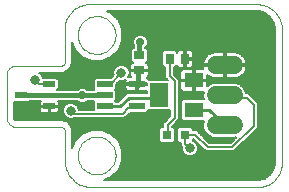
<source format=gtl>
G75*
%MOIN*%
%OFA0B0*%
%FSLAX24Y24*%
%IPPOS*%
%LPD*%
%AMOC8*
5,1,8,0,0,1.08239X$1,22.5*
%
%ADD10C,0.0000*%
%ADD11R,0.0520X0.0220*%
%ADD12R,0.0630X0.0512*%
%ADD13R,0.0630X0.0787*%
%ADD14R,0.0354X0.0276*%
%ADD15R,0.0276X0.0354*%
%ADD16R,0.0315X0.0315*%
%ADD17C,0.0600*%
%ADD18R,0.0394X0.0197*%
%ADD19C,0.0060*%
%ADD20C,0.0160*%
%ADD21C,0.0100*%
%ADD22C,0.0278*%
%ADD23C,0.0060*%
%ADD24C,0.0317*%
D10*
X004197Y001446D02*
X009709Y001446D01*
X009709Y001445D02*
X009764Y001448D01*
X009819Y001455D01*
X009874Y001465D01*
X009927Y001479D01*
X009980Y001496D01*
X010031Y001517D01*
X010081Y001541D01*
X010129Y001569D01*
X010176Y001599D01*
X010220Y001632D01*
X010262Y001668D01*
X010302Y001707D01*
X010339Y001748D01*
X010373Y001792D01*
X010404Y001838D01*
X010432Y001886D01*
X010457Y001935D01*
X010479Y001986D01*
X010497Y002038D01*
X010512Y002092D01*
X010523Y002146D01*
X010531Y002201D01*
X010535Y002256D01*
X010536Y002312D01*
X010536Y006682D01*
X010535Y006738D01*
X010531Y006793D01*
X010523Y006848D01*
X010512Y006902D01*
X010497Y006956D01*
X010479Y007008D01*
X010457Y007059D01*
X010432Y007108D01*
X010404Y007156D01*
X010373Y007202D01*
X010339Y007246D01*
X010302Y007287D01*
X010262Y007326D01*
X010220Y007362D01*
X010176Y007395D01*
X010129Y007425D01*
X010081Y007453D01*
X010031Y007477D01*
X009980Y007498D01*
X009927Y007515D01*
X009874Y007529D01*
X009819Y007539D01*
X009764Y007546D01*
X009709Y007549D01*
X009709Y007548D02*
X004119Y007548D01*
X003292Y006761D02*
X003292Y005659D01*
X003293Y005637D01*
X003291Y005615D01*
X003286Y005594D01*
X003277Y005574D01*
X003265Y005556D01*
X003251Y005539D01*
X003234Y005525D01*
X003215Y005514D01*
X003195Y005506D01*
X003174Y005501D01*
X001638Y005501D01*
X001638Y005502D02*
X001607Y005500D01*
X001577Y005495D01*
X001547Y005487D01*
X001518Y005475D01*
X001491Y005460D01*
X001466Y005442D01*
X001443Y005421D01*
X001422Y005398D01*
X001404Y005373D01*
X001389Y005346D01*
X001377Y005317D01*
X001369Y005287D01*
X001364Y005257D01*
X001362Y005226D01*
X001363Y005226D02*
X001363Y003769D01*
X001365Y003736D01*
X001370Y003704D01*
X001378Y003672D01*
X001390Y003641D01*
X001405Y003612D01*
X001423Y003584D01*
X001444Y003558D01*
X001467Y003535D01*
X001493Y003514D01*
X001521Y003496D01*
X001550Y003481D01*
X001581Y003469D01*
X001613Y003461D01*
X001645Y003456D01*
X001678Y003454D01*
X003134Y003454D01*
X003156Y003455D01*
X003178Y003453D01*
X003199Y003448D01*
X003219Y003439D01*
X003237Y003427D01*
X003254Y003413D01*
X003268Y003396D01*
X003279Y003377D01*
X003287Y003357D01*
X003292Y003336D01*
X003292Y002352D01*
X003291Y002352D02*
X003293Y002293D01*
X003299Y002234D01*
X003308Y002175D01*
X003322Y002118D01*
X003339Y002061D01*
X003360Y002005D01*
X003384Y001951D01*
X003412Y001899D01*
X003444Y001849D01*
X003478Y001800D01*
X003516Y001755D01*
X003556Y001711D01*
X003600Y001671D01*
X003645Y001633D01*
X003694Y001599D01*
X003744Y001567D01*
X003796Y001539D01*
X003850Y001515D01*
X003906Y001494D01*
X003963Y001477D01*
X004020Y001463D01*
X004079Y001454D01*
X004138Y001448D01*
X004197Y001446D01*
X003725Y002509D02*
X003727Y002559D01*
X003733Y002609D01*
X003743Y002658D01*
X003757Y002706D01*
X003774Y002753D01*
X003795Y002798D01*
X003820Y002842D01*
X003848Y002883D01*
X003880Y002922D01*
X003914Y002959D01*
X003951Y002993D01*
X003991Y003023D01*
X004033Y003050D01*
X004077Y003074D01*
X004123Y003095D01*
X004170Y003111D01*
X004218Y003124D01*
X004268Y003133D01*
X004317Y003138D01*
X004368Y003139D01*
X004418Y003136D01*
X004467Y003129D01*
X004516Y003118D01*
X004564Y003103D01*
X004610Y003085D01*
X004655Y003063D01*
X004698Y003037D01*
X004739Y003008D01*
X004778Y002976D01*
X004814Y002941D01*
X004846Y002903D01*
X004876Y002863D01*
X004903Y002820D01*
X004926Y002776D01*
X004945Y002730D01*
X004961Y002682D01*
X004973Y002633D01*
X004981Y002584D01*
X004985Y002534D01*
X004985Y002484D01*
X004981Y002434D01*
X004973Y002385D01*
X004961Y002336D01*
X004945Y002288D01*
X004926Y002242D01*
X004903Y002198D01*
X004876Y002155D01*
X004846Y002115D01*
X004814Y002077D01*
X004778Y002042D01*
X004739Y002010D01*
X004698Y001981D01*
X004655Y001955D01*
X004610Y001933D01*
X004564Y001915D01*
X004516Y001900D01*
X004467Y001889D01*
X004418Y001882D01*
X004368Y001879D01*
X004317Y001880D01*
X004268Y001885D01*
X004218Y001894D01*
X004170Y001907D01*
X004123Y001923D01*
X004077Y001944D01*
X004033Y001968D01*
X003991Y001995D01*
X003951Y002025D01*
X003914Y002059D01*
X003880Y002096D01*
X003848Y002135D01*
X003820Y002176D01*
X003795Y002220D01*
X003774Y002265D01*
X003757Y002312D01*
X003743Y002360D01*
X003733Y002409D01*
X003727Y002459D01*
X003725Y002509D01*
X003725Y006525D02*
X003727Y006575D01*
X003733Y006625D01*
X003743Y006674D01*
X003757Y006722D01*
X003774Y006769D01*
X003795Y006814D01*
X003820Y006858D01*
X003848Y006899D01*
X003880Y006938D01*
X003914Y006975D01*
X003951Y007009D01*
X003991Y007039D01*
X004033Y007066D01*
X004077Y007090D01*
X004123Y007111D01*
X004170Y007127D01*
X004218Y007140D01*
X004268Y007149D01*
X004317Y007154D01*
X004368Y007155D01*
X004418Y007152D01*
X004467Y007145D01*
X004516Y007134D01*
X004564Y007119D01*
X004610Y007101D01*
X004655Y007079D01*
X004698Y007053D01*
X004739Y007024D01*
X004778Y006992D01*
X004814Y006957D01*
X004846Y006919D01*
X004876Y006879D01*
X004903Y006836D01*
X004926Y006792D01*
X004945Y006746D01*
X004961Y006698D01*
X004973Y006649D01*
X004981Y006600D01*
X004985Y006550D01*
X004985Y006500D01*
X004981Y006450D01*
X004973Y006401D01*
X004961Y006352D01*
X004945Y006304D01*
X004926Y006258D01*
X004903Y006214D01*
X004876Y006171D01*
X004846Y006131D01*
X004814Y006093D01*
X004778Y006058D01*
X004739Y006026D01*
X004698Y005997D01*
X004655Y005971D01*
X004610Y005949D01*
X004564Y005931D01*
X004516Y005916D01*
X004467Y005905D01*
X004418Y005898D01*
X004368Y005895D01*
X004317Y005896D01*
X004268Y005901D01*
X004218Y005910D01*
X004170Y005923D01*
X004123Y005939D01*
X004077Y005960D01*
X004033Y005984D01*
X003991Y006011D01*
X003951Y006041D01*
X003914Y006075D01*
X003880Y006112D01*
X003848Y006151D01*
X003820Y006192D01*
X003795Y006236D01*
X003774Y006281D01*
X003757Y006328D01*
X003743Y006376D01*
X003733Y006425D01*
X003727Y006475D01*
X003725Y006525D01*
X003292Y006761D02*
X003295Y006816D01*
X003302Y006870D01*
X003313Y006924D01*
X003327Y006978D01*
X003345Y007030D01*
X003367Y007080D01*
X003392Y007130D01*
X003420Y007177D01*
X003451Y007222D01*
X003486Y007265D01*
X003523Y007306D01*
X003563Y007344D01*
X003605Y007379D01*
X003650Y007411D01*
X003697Y007441D01*
X003745Y007466D01*
X003796Y007489D01*
X003847Y007508D01*
X003900Y007523D01*
X003954Y007535D01*
X004009Y007543D01*
X004064Y007547D01*
X004119Y007548D01*
D11*
X004622Y004887D03*
X004622Y004517D03*
X004622Y004147D03*
X005702Y004147D03*
X005702Y004887D03*
D12*
X007591Y005009D03*
X007591Y004025D03*
D13*
X006449Y004517D03*
D14*
X005780Y005344D03*
X005780Y005855D03*
D15*
X006788Y005733D03*
X007300Y005733D03*
D16*
X007300Y003206D03*
X006709Y003206D03*
D17*
X008322Y003517D02*
X008922Y003517D01*
X008922Y004517D02*
X008322Y004517D01*
X008322Y005517D02*
X008922Y005517D01*
D18*
X002780Y004891D03*
X001835Y004517D03*
X002780Y004143D03*
D19*
X002799Y004139D02*
X003253Y004139D01*
X003261Y004157D02*
X003220Y004059D01*
X003220Y003952D01*
X003261Y003853D01*
X003336Y003777D01*
X003435Y003736D01*
X003542Y003736D01*
X003568Y003747D01*
X005279Y003747D01*
X005361Y003829D01*
X005459Y003927D01*
X005731Y003927D01*
X005736Y003925D01*
X005740Y003927D01*
X006007Y003927D01*
X006072Y003991D01*
X006072Y004030D01*
X006089Y004013D01*
X006810Y004013D01*
X006813Y004017D01*
X006813Y003827D01*
X006659Y003673D01*
X006577Y003591D01*
X006577Y003473D01*
X006506Y003473D01*
X006442Y003409D01*
X006442Y003003D01*
X006506Y002938D01*
X006912Y002938D01*
X006977Y003003D01*
X006977Y003409D01*
X006912Y003473D01*
X006857Y003473D01*
X006857Y003475D01*
X007093Y003711D01*
X007093Y005047D01*
X007011Y005129D01*
X006928Y005213D01*
X006928Y005446D01*
X006971Y005446D01*
X007036Y005511D01*
X007036Y005525D01*
X007041Y005506D01*
X007058Y005476D01*
X007082Y005452D01*
X007112Y005435D01*
X007145Y005426D01*
X007270Y005426D01*
X007270Y005703D01*
X007330Y005703D01*
X007330Y005763D01*
X007567Y005763D01*
X007567Y005928D01*
X007559Y005961D01*
X007541Y005990D01*
X007517Y006015D01*
X007488Y006032D01*
X007455Y006041D01*
X007330Y006041D01*
X007330Y005763D01*
X007270Y005763D01*
X007270Y006041D01*
X007145Y006041D01*
X007112Y006032D01*
X007082Y006015D01*
X007058Y005990D01*
X007041Y005961D01*
X007036Y005942D01*
X007036Y005956D01*
X006971Y006021D01*
X006604Y006021D01*
X006540Y005956D01*
X006540Y005511D01*
X006604Y005446D01*
X006648Y005446D01*
X006648Y005097D01*
X006724Y005021D01*
X006090Y005021D01*
X006083Y005047D01*
X006066Y005077D01*
X006042Y005101D01*
X006038Y005103D01*
X006061Y005126D01*
X006078Y005156D01*
X006087Y005189D01*
X006087Y005314D01*
X005810Y005314D01*
X005810Y005374D01*
X006087Y005374D01*
X006087Y005499D01*
X006078Y005532D01*
X006061Y005561D01*
X006037Y005586D01*
X006007Y005603D01*
X005988Y005608D01*
X006003Y005608D01*
X006067Y005672D01*
X006067Y006039D01*
X006003Y006103D01*
X005978Y006103D01*
X006023Y006147D01*
X006060Y006239D01*
X006060Y006338D01*
X006023Y006430D01*
X005953Y006500D01*
X005861Y006538D01*
X005762Y006538D01*
X005670Y006500D01*
X005600Y006430D01*
X005562Y006338D01*
X005562Y006239D01*
X005568Y006226D01*
X005567Y006224D01*
X005583Y006177D01*
X005584Y006103D01*
X005557Y006103D01*
X005493Y006039D01*
X005493Y005672D01*
X005557Y005608D01*
X005571Y005608D01*
X005553Y005603D01*
X005523Y005586D01*
X005499Y005561D01*
X005482Y005532D01*
X005473Y005499D01*
X005473Y005374D01*
X005750Y005374D01*
X005750Y005314D01*
X005473Y005314D01*
X005473Y005189D01*
X005482Y005156D01*
X005498Y005127D01*
X005425Y005127D01*
X005414Y005124D01*
X005450Y005211D01*
X005450Y005318D01*
X005409Y005417D01*
X005334Y005493D01*
X005235Y005534D01*
X005128Y005534D01*
X005029Y005493D01*
X004954Y005417D01*
X004913Y005318D01*
X004913Y005211D01*
X004918Y005199D01*
X004825Y005107D01*
X004316Y005107D01*
X004252Y005042D01*
X004252Y004731D01*
X004276Y004707D01*
X004045Y004707D01*
X004023Y004728D01*
X003932Y004766D01*
X003833Y004766D01*
X003741Y004728D01*
X003720Y004707D01*
X003047Y004707D01*
X003087Y004747D01*
X003087Y005035D01*
X003022Y005099D01*
X002569Y005099D01*
X002535Y005181D01*
X002460Y005257D01*
X002425Y005271D01*
X003097Y005271D01*
X003112Y005260D01*
X003190Y005271D01*
X003269Y005271D01*
X003282Y005284D01*
X003304Y005287D01*
X003460Y005410D01*
X003521Y005563D01*
X003522Y005563D01*
X003522Y005564D01*
X003533Y005593D01*
X003533Y005593D01*
X003522Y005675D01*
X003522Y006289D01*
X003626Y006038D01*
X003868Y005796D01*
X004184Y005665D01*
X004526Y005665D01*
X004842Y005796D01*
X005084Y006038D01*
X005215Y006354D01*
X005215Y006696D01*
X005084Y007012D01*
X004842Y007254D01*
X004686Y007318D01*
X009704Y007318D01*
X009800Y007309D01*
X009982Y007245D01*
X010135Y007128D01*
X010245Y006969D01*
X010301Y006784D01*
X010306Y006689D01*
X010306Y006685D01*
X010304Y006592D01*
X010306Y006590D01*
X010306Y002404D01*
X010304Y002402D01*
X010306Y002310D01*
X010306Y002306D01*
X010301Y002210D01*
X010245Y002025D01*
X010135Y001867D01*
X009982Y001750D01*
X009800Y001686D01*
X009704Y001676D01*
X004591Y001676D01*
X004842Y001780D01*
X005084Y002022D01*
X005215Y002338D01*
X005215Y002680D01*
X005084Y002996D01*
X004842Y003238D01*
X004526Y003369D01*
X004184Y003369D01*
X003868Y003238D01*
X003626Y002996D01*
X003522Y002745D01*
X003522Y003259D01*
X003533Y003274D01*
X003522Y003352D01*
X003522Y003431D01*
X003509Y003444D01*
X003505Y003466D01*
X003383Y003622D01*
X003230Y003683D01*
X003230Y003684D01*
X003229Y003684D01*
X003200Y003696D01*
X003118Y003684D01*
X001678Y003684D01*
X001661Y003686D01*
X001630Y003698D01*
X001607Y003722D01*
X001594Y003752D01*
X001593Y003769D01*
X001593Y004308D01*
X002077Y004308D01*
X002096Y004327D01*
X002485Y004327D01*
X002479Y004321D01*
X002462Y004291D01*
X002453Y004258D01*
X002453Y004162D01*
X002761Y004162D01*
X002761Y004124D01*
X002799Y004124D01*
X002799Y004162D01*
X003107Y004162D01*
X003107Y004258D01*
X003098Y004291D01*
X003081Y004321D01*
X003075Y004327D01*
X003720Y004327D01*
X003741Y004306D01*
X003833Y004268D01*
X003932Y004268D01*
X004023Y004306D01*
X004045Y004327D01*
X004276Y004327D01*
X004252Y004302D01*
X004252Y004027D01*
X003757Y004027D01*
X003757Y004059D01*
X003716Y004157D01*
X003641Y004233D01*
X003542Y004274D01*
X003435Y004274D01*
X003336Y004233D01*
X003261Y004157D01*
X003301Y004197D02*
X003107Y004197D01*
X003107Y004256D02*
X003392Y004256D01*
X003585Y004256D02*
X004252Y004256D01*
X004252Y004197D02*
X003676Y004197D01*
X003724Y004139D02*
X004252Y004139D01*
X004252Y004080D02*
X003748Y004080D01*
X003732Y004314D02*
X003085Y004314D01*
X003107Y004124D02*
X002799Y004124D01*
X002799Y003914D01*
X002994Y003914D01*
X003027Y003923D01*
X003057Y003940D01*
X003081Y003965D01*
X003098Y003994D01*
X003107Y004027D01*
X003107Y004124D01*
X003107Y004080D02*
X003229Y004080D01*
X003220Y004022D02*
X003105Y004022D01*
X003079Y003963D02*
X003220Y003963D01*
X003239Y003905D02*
X001593Y003905D01*
X001593Y003963D02*
X002480Y003963D01*
X002479Y003965D02*
X002503Y003940D01*
X002533Y003923D01*
X002566Y003914D01*
X002761Y003914D01*
X002761Y004124D01*
X002453Y004124D01*
X002453Y004027D01*
X002462Y003994D01*
X002479Y003965D01*
X002455Y004022D02*
X001593Y004022D01*
X001593Y004080D02*
X002453Y004080D01*
X002453Y004197D02*
X001593Y004197D01*
X001593Y004139D02*
X002761Y004139D01*
X002761Y004080D02*
X002799Y004080D01*
X002799Y004022D02*
X002761Y004022D01*
X002761Y003963D02*
X002799Y003963D01*
X003200Y003696D02*
X003200Y003696D01*
X003262Y003671D02*
X006657Y003671D01*
X006715Y003729D02*
X001604Y003729D01*
X001593Y003788D02*
X003326Y003788D01*
X003267Y003846D02*
X001593Y003846D01*
X001593Y004256D02*
X002453Y004256D01*
X002475Y004314D02*
X002083Y004314D01*
X001593Y004308D02*
X001593Y004308D01*
X002555Y005134D02*
X004853Y005134D01*
X004911Y005193D02*
X002524Y005193D01*
X002465Y005251D02*
X004913Y005251D01*
X004913Y005310D02*
X003332Y005310D01*
X003304Y005287D02*
X003304Y005287D01*
X003407Y005368D02*
X004933Y005368D01*
X004963Y005427D02*
X003467Y005427D01*
X003460Y005410D02*
X003460Y005410D01*
X003460Y005410D01*
X003490Y005485D02*
X005022Y005485D01*
X005341Y005485D02*
X005473Y005485D01*
X005473Y005427D02*
X005400Y005427D01*
X005430Y005368D02*
X005750Y005368D01*
X005810Y005368D02*
X006648Y005368D01*
X006648Y005310D02*
X006087Y005310D01*
X006087Y005251D02*
X006648Y005251D01*
X006648Y005193D02*
X006087Y005193D01*
X006066Y005134D02*
X006648Y005134D01*
X006669Y005075D02*
X006067Y005075D01*
X006024Y004912D02*
X005727Y004912D01*
X005727Y004862D01*
X006024Y004862D01*
X006024Y004912D01*
X006024Y004900D02*
X005727Y004900D01*
X005727Y004862D02*
X005727Y004647D01*
X005979Y004647D01*
X006012Y004656D01*
X006024Y004663D01*
X006024Y004598D01*
X005351Y004598D01*
X005258Y004504D01*
X005060Y004307D01*
X004987Y004307D01*
X004962Y004332D01*
X004992Y004361D01*
X004992Y004672D01*
X004962Y004702D01*
X004992Y004731D01*
X004992Y004877D01*
X005116Y005001D01*
X005128Y004996D01*
X005235Y004996D01*
X005316Y005030D01*
X005312Y005014D01*
X005312Y004912D01*
X005677Y004912D01*
X005677Y004862D01*
X005727Y004862D01*
X005727Y004841D02*
X005677Y004841D01*
X005677Y004862D02*
X005677Y004647D01*
X005425Y004647D01*
X005392Y004656D01*
X005362Y004673D01*
X005338Y004697D01*
X005321Y004727D01*
X005312Y004760D01*
X005312Y004862D01*
X005677Y004862D01*
X005677Y004900D02*
X005014Y004900D01*
X004992Y004841D02*
X005312Y004841D01*
X005312Y004783D02*
X004992Y004783D01*
X004985Y004724D02*
X005322Y004724D01*
X005374Y004666D02*
X004992Y004666D01*
X004992Y004607D02*
X006024Y004607D01*
X005727Y004666D02*
X005677Y004666D01*
X005677Y004724D02*
X005727Y004724D01*
X005727Y004783D02*
X005677Y004783D01*
X005312Y004958D02*
X005073Y004958D01*
X005285Y005017D02*
X005313Y005017D01*
X005418Y005134D02*
X005494Y005134D01*
X005473Y005193D02*
X005442Y005193D01*
X005450Y005251D02*
X005473Y005251D01*
X005473Y005310D02*
X005450Y005310D01*
X005489Y005544D02*
X003514Y005544D01*
X003532Y005602D02*
X005552Y005602D01*
X005504Y005661D02*
X003524Y005661D01*
X003522Y005719D02*
X004052Y005719D01*
X003911Y005778D02*
X003522Y005778D01*
X003522Y005837D02*
X003827Y005837D01*
X003768Y005895D02*
X003522Y005895D01*
X003522Y005954D02*
X003710Y005954D01*
X003651Y006012D02*
X003522Y006012D01*
X003522Y006071D02*
X003612Y006071D01*
X003588Y006129D02*
X003522Y006129D01*
X003522Y006188D02*
X003564Y006188D01*
X003539Y006246D02*
X003522Y006246D01*
X004658Y005719D02*
X005493Y005719D01*
X005493Y005778D02*
X004799Y005778D01*
X004883Y005837D02*
X005493Y005837D01*
X005493Y005895D02*
X004941Y005895D01*
X005000Y005954D02*
X005493Y005954D01*
X005493Y006012D02*
X005058Y006012D01*
X005097Y006071D02*
X005525Y006071D01*
X005584Y006129D02*
X005122Y006129D01*
X005146Y006188D02*
X005579Y006188D01*
X005562Y006246D02*
X005170Y006246D01*
X005194Y006305D02*
X005562Y006305D01*
X005573Y006363D02*
X005215Y006363D01*
X005215Y006422D02*
X005597Y006422D01*
X005651Y006480D02*
X005215Y006480D01*
X005215Y006539D02*
X010306Y006539D01*
X010304Y006598D02*
X005215Y006598D01*
X005215Y006656D02*
X010305Y006656D01*
X010304Y006715D02*
X005207Y006715D01*
X005183Y006773D02*
X010301Y006773D01*
X010286Y006832D02*
X005158Y006832D01*
X005134Y006890D02*
X010269Y006890D01*
X010251Y006949D02*
X005110Y006949D01*
X005086Y007007D02*
X010219Y007007D01*
X010178Y007066D02*
X005030Y007066D01*
X004971Y007124D02*
X010138Y007124D01*
X010063Y007183D02*
X004913Y007183D01*
X004854Y007241D02*
X009986Y007241D01*
X009825Y007300D02*
X004730Y007300D01*
X005972Y006480D02*
X010306Y006480D01*
X010306Y006422D02*
X006026Y006422D01*
X006050Y006363D02*
X010306Y006363D01*
X010306Y006305D02*
X006060Y006305D01*
X006060Y006246D02*
X010306Y006246D01*
X010306Y006188D02*
X006039Y006188D01*
X006004Y006129D02*
X010306Y006129D01*
X010306Y006071D02*
X006035Y006071D01*
X006067Y006012D02*
X006596Y006012D01*
X006540Y005954D02*
X006067Y005954D01*
X006067Y005895D02*
X006540Y005895D01*
X006540Y005837D02*
X006067Y005837D01*
X006067Y005778D02*
X006540Y005778D01*
X006540Y005719D02*
X006067Y005719D01*
X006056Y005661D02*
X006540Y005661D01*
X006540Y005602D02*
X006008Y005602D01*
X006071Y005544D02*
X006540Y005544D01*
X006565Y005485D02*
X006087Y005485D01*
X006087Y005427D02*
X006648Y005427D01*
X006928Y005427D02*
X007143Y005427D01*
X007196Y005369D02*
X007172Y005345D01*
X007155Y005315D01*
X007146Y005282D01*
X007146Y005039D01*
X007561Y005039D01*
X007561Y005395D01*
X007259Y005395D01*
X007226Y005386D01*
X007196Y005369D01*
X007195Y005368D02*
X006928Y005368D01*
X006928Y005310D02*
X007153Y005310D01*
X007146Y005251D02*
X006928Y005251D01*
X006948Y005193D02*
X007146Y005193D01*
X007146Y005134D02*
X007006Y005134D01*
X007065Y005075D02*
X007146Y005075D01*
X007093Y005017D02*
X007561Y005017D01*
X007561Y005039D02*
X007561Y004979D01*
X007621Y004979D01*
X007621Y005039D01*
X008036Y005039D01*
X008036Y005195D01*
X008042Y005189D01*
X008097Y005149D01*
X008157Y005118D01*
X008222Y005097D01*
X008289Y005087D01*
X008592Y005087D01*
X008592Y005487D01*
X007892Y005487D01*
X007892Y005483D01*
X007903Y005416D01*
X007910Y005395D01*
X007621Y005395D01*
X007621Y005039D01*
X007561Y005039D01*
X007561Y005075D02*
X007621Y005075D01*
X007621Y005017D02*
X010306Y005017D01*
X010306Y005075D02*
X008036Y005075D01*
X008036Y005134D02*
X008127Y005134D01*
X008039Y005193D02*
X008036Y005193D01*
X008036Y004979D02*
X007621Y004979D01*
X007621Y004623D01*
X007923Y004623D01*
X007912Y004598D01*
X007912Y004435D01*
X007931Y004391D01*
X007230Y004391D01*
X007166Y004326D01*
X007166Y003723D01*
X007230Y003659D01*
X007937Y003659D01*
X007912Y003598D01*
X007912Y003435D01*
X007975Y003285D01*
X008090Y003169D01*
X008241Y003107D01*
X009004Y003107D01*
X009008Y003109D01*
X008824Y002925D01*
X008114Y002925D01*
X007692Y003346D01*
X007567Y003346D01*
X007567Y003409D01*
X007503Y003473D01*
X007097Y003473D01*
X007032Y003409D01*
X007032Y003003D01*
X007097Y002938D01*
X007167Y002938D01*
X007167Y002898D01*
X007167Y002841D01*
X007168Y002840D01*
X007168Y002839D01*
X007200Y002808D01*
X007196Y002799D01*
X007196Y002692D01*
X007237Y002593D01*
X007313Y002517D01*
X007411Y002476D01*
X007518Y002476D01*
X007617Y002517D01*
X007693Y002593D01*
X007734Y002692D01*
X007734Y002799D01*
X007693Y002897D01*
X007617Y002973D01*
X007561Y002996D01*
X007567Y003003D01*
X007567Y003066D01*
X007576Y003066D01*
X007915Y002727D01*
X007998Y002645D01*
X008940Y002645D01*
X009731Y003435D01*
X009731Y004260D01*
X009495Y004496D01*
X009413Y004578D01*
X009332Y004578D01*
X009332Y004598D01*
X009270Y004749D01*
X009155Y004864D01*
X009004Y004927D01*
X008241Y004927D01*
X008090Y004864D01*
X008036Y004810D01*
X008036Y004979D01*
X008036Y004958D02*
X010306Y004958D01*
X010306Y004900D02*
X009069Y004900D01*
X009178Y004841D02*
X010306Y004841D01*
X010306Y004783D02*
X009236Y004783D01*
X009280Y004724D02*
X010306Y004724D01*
X010306Y004666D02*
X009305Y004666D01*
X009329Y004607D02*
X010306Y004607D01*
X010306Y004549D02*
X009442Y004549D01*
X009495Y004496D02*
X009495Y004496D01*
X009501Y004490D02*
X010306Y004490D01*
X010306Y004432D02*
X009559Y004432D01*
X009618Y004373D02*
X010306Y004373D01*
X010306Y004314D02*
X009676Y004314D01*
X009731Y004256D02*
X010306Y004256D01*
X010306Y004197D02*
X009731Y004197D01*
X009731Y004139D02*
X010306Y004139D01*
X010306Y004080D02*
X009731Y004080D01*
X009731Y004022D02*
X010306Y004022D01*
X010306Y003963D02*
X009731Y003963D01*
X009731Y003905D02*
X010306Y003905D01*
X010306Y003846D02*
X009731Y003846D01*
X009731Y003788D02*
X010306Y003788D01*
X010306Y003729D02*
X009731Y003729D01*
X009731Y003671D02*
X010306Y003671D01*
X010306Y003612D02*
X009731Y003612D01*
X009731Y003553D02*
X010306Y003553D01*
X010306Y003495D02*
X009731Y003495D01*
X009731Y003436D02*
X010306Y003436D01*
X010306Y003378D02*
X009674Y003378D01*
X009615Y003319D02*
X010306Y003319D01*
X010306Y003261D02*
X009556Y003261D01*
X009498Y003202D02*
X010306Y003202D01*
X010306Y003144D02*
X009439Y003144D01*
X009381Y003085D02*
X010306Y003085D01*
X010306Y003027D02*
X009322Y003027D01*
X009264Y002968D02*
X010306Y002968D01*
X010306Y002910D02*
X009205Y002910D01*
X009147Y002851D02*
X010306Y002851D01*
X010306Y002792D02*
X009088Y002792D01*
X009030Y002734D02*
X010306Y002734D01*
X010306Y002675D02*
X008971Y002675D01*
X008868Y002968D02*
X008070Y002968D01*
X008012Y003027D02*
X008926Y003027D01*
X008985Y003085D02*
X007953Y003085D01*
X007894Y003144D02*
X008152Y003144D01*
X008057Y003202D02*
X007836Y003202D01*
X007777Y003261D02*
X007999Y003261D01*
X007960Y003319D02*
X007719Y003319D01*
X007567Y003378D02*
X007936Y003378D01*
X007912Y003436D02*
X007540Y003436D01*
X007912Y003495D02*
X006877Y003495D01*
X006936Y003553D02*
X007912Y003553D01*
X007918Y003612D02*
X006994Y003612D01*
X007053Y003671D02*
X007219Y003671D01*
X007166Y003729D02*
X007093Y003729D01*
X007093Y003788D02*
X007166Y003788D01*
X007166Y003846D02*
X007093Y003846D01*
X007093Y003905D02*
X007166Y003905D01*
X007166Y003963D02*
X007093Y003963D01*
X007093Y004022D02*
X007166Y004022D01*
X007166Y004080D02*
X007093Y004080D01*
X007093Y004139D02*
X007166Y004139D01*
X007166Y004197D02*
X007093Y004197D01*
X007093Y004256D02*
X007166Y004256D01*
X007166Y004314D02*
X007093Y004314D01*
X007093Y004373D02*
X007213Y004373D01*
X007093Y004432D02*
X007914Y004432D01*
X007912Y004490D02*
X007093Y004490D01*
X007093Y004549D02*
X007912Y004549D01*
X007916Y004607D02*
X007093Y004607D01*
X007093Y004666D02*
X007180Y004666D01*
X007172Y004673D02*
X007196Y004649D01*
X007226Y004632D01*
X007259Y004623D01*
X007561Y004623D01*
X007561Y004979D01*
X007146Y004979D01*
X007146Y004736D01*
X007155Y004703D01*
X007172Y004673D01*
X007149Y004724D02*
X007093Y004724D01*
X007093Y004783D02*
X007146Y004783D01*
X007146Y004841D02*
X007093Y004841D01*
X007093Y004900D02*
X007146Y004900D01*
X007146Y004958D02*
X007093Y004958D01*
X007561Y004958D02*
X007621Y004958D01*
X007621Y004900D02*
X007561Y004900D01*
X007561Y004841D02*
X007621Y004841D01*
X007621Y004783D02*
X007561Y004783D01*
X007561Y004724D02*
X007621Y004724D01*
X007621Y004666D02*
X007561Y004666D01*
X008036Y004841D02*
X008067Y004841D01*
X008036Y004900D02*
X008176Y004900D01*
X008592Y005134D02*
X008652Y005134D01*
X008652Y005087D02*
X008956Y005087D01*
X009023Y005097D01*
X009088Y005118D01*
X009148Y005149D01*
X009203Y005189D01*
X009250Y005237D01*
X009290Y005292D01*
X009321Y005352D01*
X009342Y005416D01*
X009352Y005483D01*
X009352Y005487D01*
X008652Y005487D01*
X008652Y005087D01*
X008652Y005193D02*
X008592Y005193D01*
X008592Y005251D02*
X008652Y005251D01*
X008652Y005310D02*
X008592Y005310D01*
X008592Y005368D02*
X008652Y005368D01*
X008652Y005427D02*
X008592Y005427D01*
X008592Y005485D02*
X008652Y005485D01*
X008652Y005487D02*
X008592Y005487D01*
X008592Y005547D01*
X007892Y005547D01*
X007892Y005551D01*
X007903Y005618D01*
X007924Y005682D01*
X007955Y005742D01*
X007994Y005797D01*
X008042Y005845D01*
X008097Y005885D01*
X008157Y005915D01*
X008222Y005936D01*
X008289Y005947D01*
X008592Y005947D01*
X008592Y005547D01*
X008652Y005547D01*
X008652Y005947D01*
X008956Y005947D01*
X009023Y005936D01*
X009088Y005915D01*
X009148Y005885D01*
X009203Y005845D01*
X009250Y005797D01*
X009290Y005742D01*
X009321Y005682D01*
X009342Y005618D01*
X009352Y005551D01*
X009352Y005547D01*
X008652Y005547D01*
X008652Y005487D01*
X008652Y005544D02*
X010306Y005544D01*
X010306Y005602D02*
X009344Y005602D01*
X009328Y005661D02*
X010306Y005661D01*
X010306Y005719D02*
X009302Y005719D01*
X009264Y005778D02*
X010306Y005778D01*
X010306Y005837D02*
X009211Y005837D01*
X009127Y005895D02*
X010306Y005895D01*
X010306Y005954D02*
X007560Y005954D01*
X007567Y005895D02*
X008117Y005895D01*
X008034Y005837D02*
X007567Y005837D01*
X007567Y005778D02*
X007981Y005778D01*
X007943Y005719D02*
X007330Y005719D01*
X007330Y005703D02*
X007567Y005703D01*
X007567Y005539D01*
X007559Y005506D01*
X007541Y005476D01*
X007517Y005452D01*
X007488Y005435D01*
X007455Y005426D01*
X007330Y005426D01*
X007330Y005703D01*
X007330Y005661D02*
X007270Y005661D01*
X007270Y005602D02*
X007330Y005602D01*
X007330Y005544D02*
X007270Y005544D01*
X007270Y005485D02*
X007330Y005485D01*
X007330Y005427D02*
X007270Y005427D01*
X007456Y005427D02*
X007901Y005427D01*
X007892Y005485D02*
X007547Y005485D01*
X007567Y005544D02*
X008592Y005544D01*
X008592Y005602D02*
X008652Y005602D01*
X008652Y005661D02*
X008592Y005661D01*
X008592Y005719D02*
X008652Y005719D01*
X008652Y005778D02*
X008592Y005778D01*
X008592Y005837D02*
X008652Y005837D01*
X008652Y005895D02*
X008592Y005895D01*
X007917Y005661D02*
X007567Y005661D01*
X007567Y005602D02*
X007901Y005602D01*
X007621Y005368D02*
X007561Y005368D01*
X007561Y005310D02*
X007621Y005310D01*
X007621Y005251D02*
X007561Y005251D01*
X007561Y005193D02*
X007621Y005193D01*
X007621Y005134D02*
X007561Y005134D01*
X007053Y005485D02*
X007010Y005485D01*
X007270Y005778D02*
X007330Y005778D01*
X007330Y005837D02*
X007270Y005837D01*
X007270Y005895D02*
X007330Y005895D01*
X007330Y005954D02*
X007270Y005954D01*
X007270Y006012D02*
X007330Y006012D01*
X007079Y006012D02*
X006980Y006012D01*
X007036Y005954D02*
X007039Y005954D01*
X007520Y006012D02*
X010306Y006012D01*
X010306Y005485D02*
X009352Y005485D01*
X009344Y005427D02*
X010306Y005427D01*
X010306Y005368D02*
X009326Y005368D01*
X009299Y005310D02*
X010306Y005310D01*
X010306Y005251D02*
X009261Y005251D01*
X009206Y005193D02*
X010306Y005193D01*
X010306Y005134D02*
X009118Y005134D01*
X006813Y003963D02*
X006044Y003963D01*
X006072Y004022D02*
X006080Y004022D01*
X006774Y003788D02*
X005320Y003788D01*
X005378Y003846D02*
X006813Y003846D01*
X006813Y003905D02*
X005437Y003905D01*
X005068Y004314D02*
X004980Y004314D01*
X004992Y004373D02*
X005126Y004373D01*
X005185Y004432D02*
X004992Y004432D01*
X004992Y004490D02*
X005243Y004490D01*
X005302Y004549D02*
X004992Y004549D01*
X004259Y004724D02*
X004027Y004724D01*
X004252Y004783D02*
X003087Y004783D01*
X003087Y004841D02*
X004252Y004841D01*
X004252Y004900D02*
X003087Y004900D01*
X003087Y004958D02*
X004252Y004958D01*
X004252Y005017D02*
X003087Y005017D01*
X003046Y005075D02*
X004285Y005075D01*
X003737Y004724D02*
X003064Y004724D01*
X004032Y004314D02*
X004264Y004314D01*
X003383Y003622D02*
X003383Y003622D01*
X003383Y003622D01*
X003391Y003612D02*
X006598Y003612D01*
X006577Y003553D02*
X003437Y003553D01*
X003483Y003495D02*
X006577Y003495D01*
X006469Y003436D02*
X003516Y003436D01*
X003505Y003466D02*
X003505Y003466D01*
X003522Y003378D02*
X006442Y003378D01*
X006442Y003319D02*
X004646Y003319D01*
X004787Y003261D02*
X006442Y003261D01*
X006442Y003202D02*
X004878Y003202D01*
X004936Y003144D02*
X006442Y003144D01*
X006442Y003085D02*
X004995Y003085D01*
X005053Y003027D02*
X006442Y003027D01*
X006476Y002968D02*
X005095Y002968D01*
X005120Y002910D02*
X007167Y002910D01*
X007167Y002851D02*
X005144Y002851D01*
X005168Y002792D02*
X007196Y002792D01*
X007196Y002734D02*
X005192Y002734D01*
X005215Y002675D02*
X007203Y002675D01*
X007227Y002617D02*
X005215Y002617D01*
X005215Y002558D02*
X007272Y002558D01*
X007355Y002500D02*
X005215Y002500D01*
X005215Y002441D02*
X010306Y002441D01*
X010304Y002383D02*
X005215Y002383D01*
X005209Y002324D02*
X010305Y002324D01*
X010304Y002266D02*
X005185Y002266D01*
X005160Y002207D02*
X010300Y002207D01*
X010282Y002149D02*
X005136Y002149D01*
X005112Y002090D02*
X010265Y002090D01*
X010247Y002031D02*
X005088Y002031D01*
X005035Y001973D02*
X010209Y001973D01*
X010168Y001914D02*
X004976Y001914D01*
X004918Y001856D02*
X010121Y001856D01*
X010044Y001797D02*
X004859Y001797D01*
X004742Y001739D02*
X009951Y001739D01*
X009745Y001680D02*
X004601Y001680D01*
X003541Y002792D02*
X003522Y002792D01*
X003522Y002851D02*
X003566Y002851D01*
X003590Y002910D02*
X003522Y002910D01*
X003522Y002968D02*
X003614Y002968D01*
X003656Y003027D02*
X003522Y003027D01*
X003522Y003085D02*
X003715Y003085D01*
X003773Y003144D02*
X003522Y003144D01*
X003522Y003202D02*
X003832Y003202D01*
X003922Y003261D02*
X003523Y003261D01*
X003526Y003319D02*
X004064Y003319D01*
X006949Y003436D02*
X007060Y003436D01*
X007032Y003378D02*
X006977Y003378D01*
X006977Y003319D02*
X007032Y003319D01*
X007032Y003261D02*
X006977Y003261D01*
X006977Y003202D02*
X007032Y003202D01*
X007032Y003144D02*
X006977Y003144D01*
X006977Y003085D02*
X007032Y003085D01*
X007032Y003027D02*
X006977Y003027D01*
X006942Y002968D02*
X007067Y002968D01*
X007567Y003027D02*
X007616Y003027D01*
X007622Y002968D02*
X007674Y002968D01*
X007681Y002910D02*
X007733Y002910D01*
X007712Y002851D02*
X007791Y002851D01*
X007734Y002792D02*
X007850Y002792D01*
X007908Y002734D02*
X007734Y002734D01*
X007727Y002675D02*
X007967Y002675D01*
X007703Y002617D02*
X010306Y002617D01*
X010306Y002558D02*
X007658Y002558D01*
X007575Y002500D02*
X010306Y002500D01*
D20*
X005733Y004871D02*
X005733Y005344D01*
X005780Y005855D02*
X005772Y006210D01*
X005811Y006289D01*
X004622Y004517D02*
X003882Y004517D01*
X001835Y004517D01*
D21*
X004622Y004887D02*
X004685Y004848D01*
X005126Y004147D02*
X005418Y004438D01*
X006410Y004438D01*
X006449Y004517D01*
X007591Y004025D02*
X008107Y004025D01*
X008622Y003517D01*
X005126Y004147D02*
X004622Y004147D01*
D22*
X003882Y004517D03*
X005811Y006289D03*
D23*
X006788Y005733D02*
X006788Y005155D01*
X006953Y004989D01*
X006953Y003769D01*
X006717Y003533D01*
X006717Y003214D01*
X006709Y003206D01*
X007300Y003206D02*
X007634Y003206D01*
X008056Y002785D01*
X008882Y002785D01*
X009591Y003493D01*
X009591Y004202D01*
X009355Y004438D01*
X008654Y004438D01*
X008622Y004517D01*
X007300Y003206D02*
X007307Y003178D01*
X007307Y002899D01*
X007465Y002745D01*
X005411Y004077D02*
X005221Y003887D01*
X003607Y003887D01*
X003489Y004005D01*
X002780Y004891D02*
X002445Y004891D01*
X002307Y005029D01*
X004685Y004848D02*
X004788Y004871D01*
X005181Y005265D01*
X005702Y004147D02*
X005733Y004077D01*
X005411Y004077D01*
D24*
X003489Y004005D03*
X002307Y005029D03*
X005181Y005265D03*
X007465Y002745D03*
M02*

</source>
